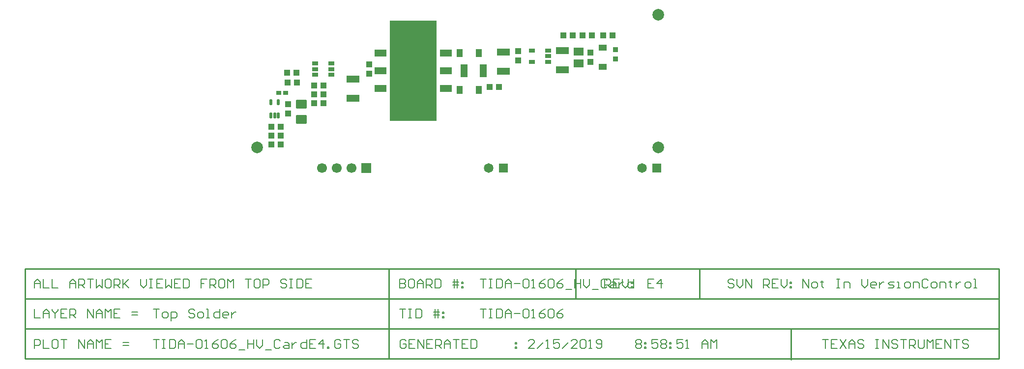
<source format=gts>
G04*
G04 #@! TF.GenerationSoftware,Altium Limited,Altium Designer,18.1.9 (240)*
G04*
G04 Layer_Color=8388736*
%FSAX25Y25*%
%MOIN*%
G70*
G01*
G75*
%ADD10C,0.00800*%
%ADD21C,0.01000*%
%ADD36C,0.07874*%
%ADD37R,0.09055X0.04724*%
%ADD38R,0.04331X0.04134*%
%ADD39R,0.04134X0.04331*%
%ADD40R,0.06694X0.05394*%
%ADD41R,0.04724X0.09055*%
G04:AMPARAMS|DCode=42|XSize=35.43mil|YSize=33.47mil|CornerRadius=3.89mil|HoleSize=0mil|Usage=FLASHONLY|Rotation=90.000|XOffset=0mil|YOffset=0mil|HoleType=Round|Shape=RoundedRectangle|*
%AMROUNDEDRECTD42*
21,1,0.03543,0.02569,0,0,90.0*
21,1,0.02766,0.03347,0,0,90.0*
1,1,0.00778,0.01284,0.01383*
1,1,0.00778,0.01284,-0.01383*
1,1,0.00778,-0.01284,-0.01383*
1,1,0.00778,-0.01284,0.01383*
%
%ADD42ROUNDEDRECTD42*%
%ADD43R,0.05197X0.03996*%
%ADD44R,0.07874X0.04882*%
G04:AMPARAMS|DCode=45|XSize=27.56mil|YSize=43.31mil|CornerRadius=3.98mil|HoleSize=0mil|Usage=FLASHONLY|Rotation=270.000|XOffset=0mil|YOffset=0mil|HoleType=Round|Shape=RoundedRectangle|*
%AMROUNDEDRECTD45*
21,1,0.02756,0.03535,0,0,270.0*
21,1,0.01961,0.04331,0,0,270.0*
1,1,0.00795,-0.01768,-0.00980*
1,1,0.00795,-0.01768,0.00980*
1,1,0.00795,0.01768,0.00980*
1,1,0.00795,0.01768,-0.00980*
%
%ADD45ROUNDEDRECTD45*%
G04:AMPARAMS|DCode=46|XSize=74.8mil|YSize=59.06mil|CornerRadius=3.9mil|HoleSize=0mil|Usage=FLASHONLY|Rotation=0.000|XOffset=0mil|YOffset=0mil|HoleType=Round|Shape=RoundedRectangle|*
%AMROUNDEDRECTD46*
21,1,0.07480,0.05126,0,0,0.0*
21,1,0.06701,0.05906,0,0,0.0*
1,1,0.00780,0.03350,-0.02563*
1,1,0.00780,-0.03350,-0.02563*
1,1,0.00780,-0.03350,0.02563*
1,1,0.00780,0.03350,0.02563*
%
%ADD46ROUNDEDRECTD46*%
%ADD47R,0.03543X0.02756*%
G04:AMPARAMS|DCode=48|XSize=19.68mil|YSize=37.4mil|CornerRadius=3.94mil|HoleSize=0mil|Usage=FLASHONLY|Rotation=180.000|XOffset=0mil|YOffset=0mil|HoleType=Round|Shape=RoundedRectangle|*
%AMROUNDEDRECTD48*
21,1,0.01968,0.02953,0,0,180.0*
21,1,0.01181,0.03740,0,0,180.0*
1,1,0.00787,-0.00591,0.01476*
1,1,0.00787,0.00591,0.01476*
1,1,0.00787,0.00591,-0.01476*
1,1,0.00787,-0.00591,-0.01476*
%
%ADD48ROUNDEDRECTD48*%
%ADD49R,0.03996X0.05197*%
%ADD50O,0.04100X0.51600*%
%ADD51C,0.06693*%
%ADD52R,0.06693X0.06693*%
%ADD53R,0.06496X0.06496*%
%ADD54C,0.06496*%
G36*
X0318948Y0201400D02*
X0287452D01*
X0287452Y0269400D01*
X0318948D01*
X0318948Y0201400D01*
D02*
G37*
G54D10*
X0126900Y0073549D02*
X0130899D01*
X0128899D01*
Y0067551D01*
X0133898D02*
X0135897D01*
X0136897Y0068550D01*
Y0070550D01*
X0135897Y0071549D01*
X0133898D01*
X0132898Y0070550D01*
Y0068550D01*
X0133898Y0067551D01*
X0138896Y0065551D02*
Y0071549D01*
X0141895D01*
X0142895Y0070550D01*
Y0068550D01*
X0141895Y0067551D01*
X0138896D01*
X0154891Y0072549D02*
X0153891Y0073549D01*
X0151892D01*
X0150892Y0072549D01*
Y0071549D01*
X0151892Y0070550D01*
X0153891D01*
X0154891Y0069550D01*
Y0068550D01*
X0153891Y0067551D01*
X0151892D01*
X0150892Y0068550D01*
X0157890Y0067551D02*
X0159889D01*
X0160889Y0068550D01*
Y0070550D01*
X0159889Y0071549D01*
X0157890D01*
X0156890Y0070550D01*
Y0068550D01*
X0157890Y0067551D01*
X0162888D02*
X0164888D01*
X0163888D01*
Y0073549D01*
X0162888D01*
X0171885D02*
Y0067551D01*
X0168886D01*
X0167887Y0068550D01*
Y0070550D01*
X0168886Y0071549D01*
X0171885D01*
X0176884Y0067551D02*
X0174884D01*
X0173885Y0068550D01*
Y0070550D01*
X0174884Y0071549D01*
X0176884D01*
X0177884Y0070550D01*
Y0069550D01*
X0173885D01*
X0179883Y0071549D02*
Y0067551D01*
Y0069550D01*
X0180883Y0070550D01*
X0181882Y0071549D01*
X0182882D01*
X0126900Y0073549D02*
X0130899D01*
X0128899D01*
Y0067551D01*
X0133898D02*
X0135897D01*
X0136897Y0068550D01*
Y0070550D01*
X0135897Y0071549D01*
X0133898D01*
X0132898Y0070550D01*
Y0068550D01*
X0133898Y0067551D01*
X0138896Y0065551D02*
Y0071549D01*
X0141895D01*
X0142895Y0070550D01*
Y0068550D01*
X0141895Y0067551D01*
X0138896D01*
X0154891Y0072549D02*
X0153891Y0073549D01*
X0151892D01*
X0150892Y0072549D01*
Y0071549D01*
X0151892Y0070550D01*
X0153891D01*
X0154891Y0069550D01*
Y0068550D01*
X0153891Y0067551D01*
X0151892D01*
X0150892Y0068550D01*
X0157890Y0067551D02*
X0159889D01*
X0160889Y0068550D01*
Y0070550D01*
X0159889Y0071549D01*
X0157890D01*
X0156890Y0070550D01*
Y0068550D01*
X0157890Y0067551D01*
X0162888D02*
X0164888D01*
X0163888D01*
Y0073549D01*
X0162888D01*
X0171885D02*
Y0067551D01*
X0168886D01*
X0167887Y0068550D01*
Y0070550D01*
X0168886Y0071549D01*
X0171885D01*
X0176884Y0067551D02*
X0174884D01*
X0173885Y0068550D01*
Y0070550D01*
X0174884Y0071549D01*
X0176884D01*
X0177884Y0070550D01*
Y0069550D01*
X0173885D01*
X0179883Y0071549D02*
Y0067551D01*
Y0069550D01*
X0180883Y0070550D01*
X0181882Y0071549D01*
X0182882D01*
X0348550Y0073498D02*
X0352549D01*
X0350549D01*
Y0067500D01*
X0354548Y0073498D02*
X0356547D01*
X0355548D01*
Y0067500D01*
X0354548D01*
X0356547D01*
X0359546Y0073498D02*
Y0067500D01*
X0362545D01*
X0363545Y0068500D01*
Y0072498D01*
X0362545Y0073498D01*
X0359546D01*
X0365545Y0067500D02*
Y0071499D01*
X0367544Y0073498D01*
X0369543Y0071499D01*
Y0067500D01*
Y0070499D01*
X0365545D01*
X0371543D02*
X0375541D01*
X0377541Y0072498D02*
X0378540Y0073498D01*
X0380540D01*
X0381539Y0072498D01*
Y0068500D01*
X0380540Y0067500D01*
X0378540D01*
X0377541Y0068500D01*
Y0072498D01*
X0383539Y0067500D02*
X0385538D01*
X0384538D01*
Y0073498D01*
X0383539Y0072498D01*
X0392536Y0073498D02*
X0390536Y0072498D01*
X0388537Y0070499D01*
Y0068500D01*
X0389537Y0067500D01*
X0391536D01*
X0392536Y0068500D01*
Y0069499D01*
X0391536Y0070499D01*
X0388537D01*
X0394535Y0072498D02*
X0395535Y0073498D01*
X0397534D01*
X0398534Y0072498D01*
Y0068500D01*
X0397534Y0067500D01*
X0395535D01*
X0394535Y0068500D01*
Y0072498D01*
X0404532Y0073498D02*
X0402532Y0072498D01*
X0400533Y0070499D01*
Y0068500D01*
X0401533Y0067500D01*
X0403532D01*
X0404532Y0068500D01*
Y0069499D01*
X0403532Y0070499D01*
X0400533D01*
X0294000Y0073498D02*
X0297999D01*
X0295999D01*
Y0067500D01*
X0299998Y0073498D02*
X0301997D01*
X0300998D01*
Y0067500D01*
X0299998D01*
X0301997D01*
X0304996Y0073498D02*
Y0067500D01*
X0307996D01*
X0308995Y0068500D01*
Y0072498D01*
X0307996Y0073498D01*
X0304996D01*
X0317992Y0067500D02*
Y0073498D01*
X0319992D02*
Y0067500D01*
X0316993Y0071499D02*
X0319992D01*
X0320991D01*
X0316993Y0069499D02*
X0320991D01*
X0322991Y0071499D02*
X0323990D01*
Y0070499D01*
X0322991D01*
Y0071499D01*
Y0068500D02*
X0323990D01*
Y0067500D01*
X0322991D01*
Y0068500D01*
X0580500Y0052965D02*
X0584499D01*
X0582499D01*
Y0046966D01*
X0590497Y0052965D02*
X0586498D01*
Y0046966D01*
X0590497D01*
X0586498Y0049966D02*
X0588497D01*
X0592496Y0052965D02*
X0596495Y0046966D01*
Y0052965D02*
X0592496Y0046966D01*
X0598494D02*
Y0050965D01*
X0600493Y0052965D01*
X0602493Y0050965D01*
Y0046966D01*
Y0049966D01*
X0598494D01*
X0608491Y0051965D02*
X0607491Y0052965D01*
X0605492D01*
X0604492Y0051965D01*
Y0050965D01*
X0605492Y0049966D01*
X0607491D01*
X0608491Y0048966D01*
Y0047966D01*
X0607491Y0046966D01*
X0605492D01*
X0604492Y0047966D01*
X0616488Y0052965D02*
X0618488D01*
X0617488D01*
Y0046966D01*
X0616488D01*
X0618488D01*
X0621487D02*
Y0052965D01*
X0625486Y0046966D01*
Y0052965D01*
X0631484Y0051965D02*
X0630484Y0052965D01*
X0628484D01*
X0627485Y0051965D01*
Y0050965D01*
X0628484Y0049966D01*
X0630484D01*
X0631484Y0048966D01*
Y0047966D01*
X0630484Y0046966D01*
X0628484D01*
X0627485Y0047966D01*
X0633483Y0052965D02*
X0637482D01*
X0635482D01*
Y0046966D01*
X0639481D02*
Y0052965D01*
X0642480D01*
X0643480Y0051965D01*
Y0049966D01*
X0642480Y0048966D01*
X0639481D01*
X0641480D02*
X0643480Y0046966D01*
X0645479Y0052965D02*
Y0047966D01*
X0646479Y0046966D01*
X0648478D01*
X0649478Y0047966D01*
Y0052965D01*
X0651477Y0046966D02*
Y0052965D01*
X0653476Y0050965D01*
X0655476Y0052965D01*
Y0046966D01*
X0661474Y0052965D02*
X0657475D01*
Y0046966D01*
X0661474D01*
X0657475Y0049966D02*
X0659474D01*
X0663473Y0046966D02*
Y0052965D01*
X0667472Y0046966D01*
Y0052965D01*
X0669471D02*
X0673470D01*
X0671471D01*
Y0046966D01*
X0679468Y0051965D02*
X0678468Y0052965D01*
X0676469D01*
X0675469Y0051965D01*
Y0050965D01*
X0676469Y0049966D01*
X0678468D01*
X0679468Y0048966D01*
Y0047966D01*
X0678468Y0046966D01*
X0676469D01*
X0675469Y0047966D01*
X0454050Y0051965D02*
X0455050Y0052965D01*
X0457049D01*
X0458049Y0051965D01*
Y0050965D01*
X0457049Y0049966D01*
X0458049Y0048966D01*
Y0047966D01*
X0457049Y0046966D01*
X0455050D01*
X0454050Y0047966D01*
Y0048966D01*
X0455050Y0049966D01*
X0454050Y0050965D01*
Y0051965D01*
X0455050Y0049966D02*
X0457049D01*
X0460048Y0050965D02*
X0461048D01*
Y0049966D01*
X0460048D01*
Y0050965D01*
Y0047966D02*
X0461048D01*
Y0046966D01*
X0460048D01*
Y0047966D01*
X0469045Y0052965D02*
X0465046D01*
Y0049966D01*
X0467046Y0050965D01*
X0468046D01*
X0469045Y0049966D01*
Y0047966D01*
X0468046Y0046966D01*
X0466046D01*
X0465046Y0047966D01*
X0471044Y0051965D02*
X0472044Y0052965D01*
X0474044D01*
X0475043Y0051965D01*
Y0050965D01*
X0474044Y0049966D01*
X0475043Y0048966D01*
Y0047966D01*
X0474044Y0046966D01*
X0472044D01*
X0471044Y0047966D01*
Y0048966D01*
X0472044Y0049966D01*
X0471044Y0050965D01*
Y0051965D01*
X0472044Y0049966D02*
X0474044D01*
X0477043Y0050965D02*
X0478042D01*
Y0049966D01*
X0477043D01*
Y0050965D01*
Y0047966D02*
X0478042D01*
Y0046966D01*
X0477043D01*
Y0047966D01*
X0486040Y0052965D02*
X0482041D01*
Y0049966D01*
X0484040Y0050965D01*
X0485040D01*
X0486040Y0049966D01*
Y0047966D01*
X0485040Y0046966D01*
X0483041D01*
X0482041Y0047966D01*
X0488039Y0046966D02*
X0490038D01*
X0489039D01*
Y0052965D01*
X0488039Y0051965D01*
X0499035Y0046966D02*
Y0050965D01*
X0501035Y0052965D01*
X0503034Y0050965D01*
Y0046966D01*
Y0049966D01*
X0499035D01*
X0505033Y0046966D02*
Y0052965D01*
X0507033Y0050965D01*
X0509032Y0052965D01*
Y0046966D01*
X0046350D02*
Y0052965D01*
X0049349D01*
X0050349Y0051965D01*
Y0049966D01*
X0049349Y0048966D01*
X0046350D01*
X0052348Y0052965D02*
Y0046966D01*
X0056347D01*
X0061345Y0052965D02*
X0059346D01*
X0058346Y0051965D01*
Y0047966D01*
X0059346Y0046966D01*
X0061345D01*
X0062345Y0047966D01*
Y0051965D01*
X0061345Y0052965D01*
X0064344D02*
X0068343D01*
X0066343D01*
Y0046966D01*
X0076340D02*
Y0052965D01*
X0080339Y0046966D01*
Y0052965D01*
X0082338Y0046966D02*
Y0050965D01*
X0084338Y0052965D01*
X0086337Y0050965D01*
Y0046966D01*
Y0049966D01*
X0082338D01*
X0088336Y0046966D02*
Y0052965D01*
X0090336Y0050965D01*
X0092335Y0052965D01*
Y0046966D01*
X0098333Y0052965D02*
X0094335D01*
Y0046966D01*
X0098333D01*
X0094335Y0049966D02*
X0096334D01*
X0106331Y0048966D02*
X0110329D01*
X0106331Y0050965D02*
X0110329D01*
X0046350Y0073549D02*
Y0067551D01*
X0050349D01*
X0052348D02*
Y0071549D01*
X0054347Y0073549D01*
X0056347Y0071549D01*
Y0067551D01*
Y0070550D01*
X0052348D01*
X0058346Y0073549D02*
Y0072549D01*
X0060346Y0070550D01*
X0062345Y0072549D01*
Y0073549D01*
X0060346Y0070550D02*
Y0067551D01*
X0068343Y0073549D02*
X0064344D01*
Y0067551D01*
X0068343D01*
X0064344Y0070550D02*
X0066343D01*
X0070342Y0067551D02*
Y0073549D01*
X0073341D01*
X0074341Y0072549D01*
Y0070550D01*
X0073341Y0069550D01*
X0070342D01*
X0072342D02*
X0074341Y0067551D01*
X0082338D02*
Y0073549D01*
X0086337Y0067551D01*
Y0073549D01*
X0088336Y0067551D02*
Y0071549D01*
X0090336Y0073549D01*
X0092335Y0071549D01*
Y0067551D01*
Y0070550D01*
X0088336D01*
X0094335Y0067551D02*
Y0073549D01*
X0096334Y0071549D01*
X0098333Y0073549D01*
Y0067551D01*
X0104331Y0073549D02*
X0100332D01*
Y0067551D01*
X0104331D01*
X0100332Y0070550D02*
X0102332D01*
X0112329Y0069550D02*
X0116327D01*
X0112329Y0071549D02*
X0116327D01*
X0294000Y0093831D02*
Y0087833D01*
X0296999D01*
X0297999Y0088833D01*
Y0089833D01*
X0296999Y0090832D01*
X0294000D01*
X0296999D01*
X0297999Y0091832D01*
Y0092832D01*
X0296999Y0093831D01*
X0294000D01*
X0302997D02*
X0300998D01*
X0299998Y0092832D01*
Y0088833D01*
X0300998Y0087833D01*
X0302997D01*
X0303997Y0088833D01*
Y0092832D01*
X0302997Y0093831D01*
X0305996Y0087833D02*
Y0091832D01*
X0307996Y0093831D01*
X0309995Y0091832D01*
Y0087833D01*
Y0090832D01*
X0305996D01*
X0311994Y0087833D02*
Y0093831D01*
X0314993D01*
X0315993Y0092832D01*
Y0090832D01*
X0314993Y0089833D01*
X0311994D01*
X0313994D02*
X0315993Y0087833D01*
X0317992Y0093831D02*
Y0087833D01*
X0320991D01*
X0321991Y0088833D01*
Y0092832D01*
X0320991Y0093831D01*
X0317992D01*
X0330988Y0087833D02*
Y0093831D01*
X0332987D02*
Y0087833D01*
X0329988Y0091832D02*
X0332987D01*
X0333987D01*
X0329988Y0089833D02*
X0333987D01*
X0335986Y0091832D02*
X0336986D01*
Y0090832D01*
X0335986D01*
Y0091832D01*
Y0088833D02*
X0336986D01*
Y0087833D01*
X0335986D01*
Y0088833D01*
X0348550Y0093831D02*
X0352549D01*
X0350549D01*
Y0087833D01*
X0354548Y0093831D02*
X0356547D01*
X0355548D01*
Y0087833D01*
X0354548D01*
X0356547D01*
X0359546Y0093831D02*
Y0087833D01*
X0362545D01*
X0363545Y0088833D01*
Y0092832D01*
X0362545Y0093831D01*
X0359546D01*
X0365545Y0087833D02*
Y0091832D01*
X0367544Y0093831D01*
X0369543Y0091832D01*
Y0087833D01*
Y0090832D01*
X0365545D01*
X0371543D02*
X0375541D01*
X0377541Y0092832D02*
X0378540Y0093831D01*
X0380540D01*
X0381539Y0092832D01*
Y0088833D01*
X0380540Y0087833D01*
X0378540D01*
X0377541Y0088833D01*
Y0092832D01*
X0383539Y0087833D02*
X0385538D01*
X0384538D01*
Y0093831D01*
X0383539Y0092832D01*
X0392536Y0093831D02*
X0390536Y0092832D01*
X0388537Y0090832D01*
Y0088833D01*
X0389537Y0087833D01*
X0391536D01*
X0392536Y0088833D01*
Y0089833D01*
X0391536Y0090832D01*
X0388537D01*
X0394535Y0092832D02*
X0395535Y0093831D01*
X0397534D01*
X0398534Y0092832D01*
Y0088833D01*
X0397534Y0087833D01*
X0395535D01*
X0394535Y0088833D01*
Y0092832D01*
X0404532Y0093831D02*
X0402532Y0092832D01*
X0400533Y0090832D01*
Y0088833D01*
X0401533Y0087833D01*
X0403532D01*
X0404532Y0088833D01*
Y0089833D01*
X0403532Y0090832D01*
X0400533D01*
X0406531Y0086834D02*
X0410530D01*
X0412529Y0093831D02*
Y0087833D01*
Y0090832D01*
X0416528D01*
Y0093831D01*
Y0087833D01*
X0418527Y0093831D02*
Y0089833D01*
X0420527Y0087833D01*
X0422526Y0089833D01*
Y0093831D01*
X0424525Y0086834D02*
X0428524D01*
X0434522Y0092832D02*
X0433523Y0093831D01*
X0431523D01*
X0430523Y0092832D01*
Y0088833D01*
X0431523Y0087833D01*
X0433523D01*
X0434522Y0088833D01*
X0437521Y0091832D02*
X0439521D01*
X0440520Y0090832D01*
Y0087833D01*
X0437521D01*
X0436521Y0088833D01*
X0437521Y0089833D01*
X0440520D01*
X0442520Y0091832D02*
Y0087833D01*
Y0089833D01*
X0443519Y0090832D01*
X0444519Y0091832D01*
X0445519D01*
X0452516Y0093831D02*
Y0087833D01*
X0449517D01*
X0448518Y0088833D01*
Y0090832D01*
X0449517Y0091832D01*
X0452516D01*
X0466149Y0093831D02*
X0462150D01*
Y0087833D01*
X0466149D01*
X0462150Y0090832D02*
X0464149D01*
X0471147Y0087833D02*
Y0093831D01*
X0468148Y0090832D01*
X0472147D01*
X0046350Y0087833D02*
Y0091832D01*
X0048349Y0093831D01*
X0050349Y0091832D01*
Y0087833D01*
Y0090832D01*
X0046350D01*
X0052348Y0093831D02*
Y0087833D01*
X0056347D01*
X0058346Y0093831D02*
Y0087833D01*
X0062345D01*
X0070342D02*
Y0091832D01*
X0072342Y0093831D01*
X0074341Y0091832D01*
Y0087833D01*
Y0090832D01*
X0070342D01*
X0076340Y0087833D02*
Y0093831D01*
X0079339D01*
X0080339Y0092832D01*
Y0090832D01*
X0079339Y0089833D01*
X0076340D01*
X0078340D02*
X0080339Y0087833D01*
X0082338Y0093831D02*
X0086337D01*
X0084338D01*
Y0087833D01*
X0088336Y0093831D02*
Y0087833D01*
X0090336Y0089833D01*
X0092335Y0087833D01*
Y0093831D01*
X0097334D02*
X0095334D01*
X0094335Y0092832D01*
Y0088833D01*
X0095334Y0087833D01*
X0097334D01*
X0098333Y0088833D01*
Y0092832D01*
X0097334Y0093831D01*
X0100332Y0087833D02*
Y0093831D01*
X0103332D01*
X0104331Y0092832D01*
Y0090832D01*
X0103332Y0089833D01*
X0100332D01*
X0102332D02*
X0104331Y0087833D01*
X0106331Y0093831D02*
Y0087833D01*
Y0089833D01*
X0110329Y0093831D01*
X0107330Y0090832D01*
X0110329Y0087833D01*
X0118327Y0093831D02*
Y0089833D01*
X0120326Y0087833D01*
X0122325Y0089833D01*
Y0093831D01*
X0124325D02*
X0126324D01*
X0125324D01*
Y0087833D01*
X0124325D01*
X0126324D01*
X0133322Y0093831D02*
X0129323D01*
Y0087833D01*
X0133322D01*
X0129323Y0090832D02*
X0131323D01*
X0135321Y0093831D02*
Y0087833D01*
X0137321Y0089833D01*
X0139320Y0087833D01*
Y0093831D01*
X0145318D02*
X0141319D01*
Y0087833D01*
X0145318D01*
X0141319Y0090832D02*
X0143319D01*
X0147317Y0093831D02*
Y0087833D01*
X0150316D01*
X0151316Y0088833D01*
Y0092832D01*
X0150316Y0093831D01*
X0147317D01*
X0163312D02*
X0159313D01*
Y0090832D01*
X0161313D01*
X0159313D01*
Y0087833D01*
X0165312D02*
Y0093831D01*
X0168310D01*
X0169310Y0092832D01*
Y0090832D01*
X0168310Y0089833D01*
X0165312D01*
X0167311D02*
X0169310Y0087833D01*
X0174309Y0093831D02*
X0172309D01*
X0171310Y0092832D01*
Y0088833D01*
X0172309Y0087833D01*
X0174309D01*
X0175308Y0088833D01*
Y0092832D01*
X0174309Y0093831D01*
X0177308Y0087833D02*
Y0093831D01*
X0179307Y0091832D01*
X0181306Y0093831D01*
Y0087833D01*
X0189304Y0093831D02*
X0193303D01*
X0191303D01*
Y0087833D01*
X0198301Y0093831D02*
X0196301D01*
X0195302Y0092832D01*
Y0088833D01*
X0196301Y0087833D01*
X0198301D01*
X0199301Y0088833D01*
Y0092832D01*
X0198301Y0093831D01*
X0201300Y0087833D02*
Y0093831D01*
X0204299D01*
X0205299Y0092832D01*
Y0090832D01*
X0204299Y0089833D01*
X0201300D01*
X0217295Y0092832D02*
X0216295Y0093831D01*
X0214296D01*
X0213296Y0092832D01*
Y0091832D01*
X0214296Y0090832D01*
X0216295D01*
X0217295Y0089833D01*
Y0088833D01*
X0216295Y0087833D01*
X0214296D01*
X0213296Y0088833D01*
X0219294Y0093831D02*
X0221293D01*
X0220294D01*
Y0087833D01*
X0219294D01*
X0221293D01*
X0224292Y0093831D02*
Y0087833D01*
X0227291D01*
X0228291Y0088833D01*
Y0092832D01*
X0227291Y0093831D01*
X0224292D01*
X0234289D02*
X0230291D01*
Y0087833D01*
X0234289D01*
X0230291Y0090832D02*
X0232290D01*
X0298199Y0051965D02*
X0297199Y0052965D01*
X0295200D01*
X0294200Y0051965D01*
Y0047966D01*
X0295200Y0046966D01*
X0297199D01*
X0298199Y0047966D01*
Y0049966D01*
X0296199D01*
X0304197Y0052965D02*
X0300198D01*
Y0046966D01*
X0304197D01*
X0300198Y0049966D02*
X0302197D01*
X0306196Y0046966D02*
Y0052965D01*
X0310195Y0046966D01*
Y0052965D01*
X0316193D02*
X0312194D01*
Y0046966D01*
X0316193D01*
X0312194Y0049966D02*
X0314194D01*
X0318192Y0046966D02*
Y0052965D01*
X0321191D01*
X0322191Y0051965D01*
Y0049966D01*
X0321191Y0048966D01*
X0318192D01*
X0320192D02*
X0322191Y0046966D01*
X0324190D02*
Y0050965D01*
X0326190Y0052965D01*
X0328189Y0050965D01*
Y0046966D01*
Y0049966D01*
X0324190D01*
X0330188Y0052965D02*
X0334187D01*
X0332188D01*
Y0046966D01*
X0340185Y0052965D02*
X0336186D01*
Y0046966D01*
X0340185D01*
X0336186Y0049966D02*
X0338186D01*
X0342184Y0052965D02*
Y0046966D01*
X0345183D01*
X0346183Y0047966D01*
Y0051965D01*
X0345183Y0052965D01*
X0342184D01*
X0372175Y0050965D02*
X0373175D01*
Y0049966D01*
X0372175D01*
Y0050965D01*
Y0047966D02*
X0373175D01*
Y0046966D01*
X0372175D01*
Y0047966D01*
X0385149Y0046966D02*
X0381150D01*
X0385149Y0050965D01*
Y0051965D01*
X0384149Y0052965D01*
X0382150D01*
X0381150Y0051965D01*
X0387148Y0046966D02*
X0391147Y0050965D01*
X0393146Y0046966D02*
X0395146D01*
X0394146D01*
Y0052965D01*
X0393146Y0051965D01*
X0402143Y0052965D02*
X0398145D01*
Y0049966D01*
X0400144Y0050965D01*
X0401144D01*
X0402143Y0049966D01*
Y0047966D01*
X0401144Y0046966D01*
X0399144D01*
X0398145Y0047966D01*
X0404143Y0046966D02*
X0408141Y0050965D01*
X0414139Y0046966D02*
X0410141D01*
X0414139Y0050965D01*
Y0051965D01*
X0413140Y0052965D01*
X0411140D01*
X0410141Y0051965D01*
X0416139D02*
X0417138Y0052965D01*
X0419138D01*
X0420137Y0051965D01*
Y0047966D01*
X0419138Y0046966D01*
X0417138D01*
X0416139Y0047966D01*
Y0051965D01*
X0422137Y0046966D02*
X0424136D01*
X0423136D01*
Y0052965D01*
X0422137Y0051965D01*
X0427135Y0047966D02*
X0428135Y0046966D01*
X0430134D01*
X0431134Y0047966D01*
Y0051965D01*
X0430134Y0052965D01*
X0428135D01*
X0427135Y0051965D01*
Y0050965D01*
X0428135Y0049966D01*
X0431134D01*
X0126900Y0052965D02*
X0130899D01*
X0128899D01*
Y0046966D01*
X0132898Y0052965D02*
X0134897D01*
X0133898D01*
Y0046966D01*
X0132898D01*
X0134897D01*
X0137896Y0052965D02*
Y0046966D01*
X0140895D01*
X0141895Y0047966D01*
Y0051965D01*
X0140895Y0052965D01*
X0137896D01*
X0143895Y0046966D02*
Y0050965D01*
X0145894Y0052965D01*
X0147893Y0050965D01*
Y0046966D01*
Y0049966D01*
X0143895D01*
X0149893D02*
X0153891D01*
X0155891Y0051965D02*
X0156890Y0052965D01*
X0158890D01*
X0159889Y0051965D01*
Y0047966D01*
X0158890Y0046966D01*
X0156890D01*
X0155891Y0047966D01*
Y0051965D01*
X0161889Y0046966D02*
X0163888D01*
X0162888D01*
Y0052965D01*
X0161889Y0051965D01*
X0170886Y0052965D02*
X0168886Y0051965D01*
X0166887Y0049966D01*
Y0047966D01*
X0167887Y0046966D01*
X0169886D01*
X0170886Y0047966D01*
Y0048966D01*
X0169886Y0049966D01*
X0166887D01*
X0172885Y0051965D02*
X0173885Y0052965D01*
X0175884D01*
X0176884Y0051965D01*
Y0047966D01*
X0175884Y0046966D01*
X0173885D01*
X0172885Y0047966D01*
Y0051965D01*
X0182882Y0052965D02*
X0180883Y0051965D01*
X0178883Y0049966D01*
Y0047966D01*
X0179883Y0046966D01*
X0181882D01*
X0182882Y0047966D01*
Y0048966D01*
X0181882Y0049966D01*
X0178883D01*
X0184881Y0045967D02*
X0188880D01*
X0190879Y0052965D02*
Y0046966D01*
Y0049966D01*
X0194878D01*
Y0052965D01*
Y0046966D01*
X0196877Y0052965D02*
Y0048966D01*
X0198877Y0046966D01*
X0200876Y0048966D01*
Y0052965D01*
X0202875Y0045967D02*
X0206874D01*
X0212872Y0051965D02*
X0211873Y0052965D01*
X0209873D01*
X0208874Y0051965D01*
Y0047966D01*
X0209873Y0046966D01*
X0211873D01*
X0212872Y0047966D01*
X0215871Y0050965D02*
X0217871D01*
X0218870Y0049966D01*
Y0046966D01*
X0215871D01*
X0214872Y0047966D01*
X0215871Y0048966D01*
X0218870D01*
X0220870Y0050965D02*
Y0046966D01*
Y0048966D01*
X0221869Y0049966D01*
X0222869Y0050965D01*
X0223869D01*
X0230866Y0052965D02*
Y0046966D01*
X0227867D01*
X0226868Y0047966D01*
Y0049966D01*
X0227867Y0050965D01*
X0230866D01*
X0236864Y0052965D02*
X0232866D01*
Y0046966D01*
X0236864D01*
X0232866Y0049966D02*
X0234865D01*
X0241863Y0046966D02*
Y0052965D01*
X0238864Y0049966D01*
X0242863D01*
X0244862Y0046966D02*
Y0047966D01*
X0245862D01*
Y0046966D01*
X0244862D01*
X0253859Y0051965D02*
X0252859Y0052965D01*
X0250860D01*
X0249860Y0051965D01*
Y0047966D01*
X0250860Y0046966D01*
X0252859D01*
X0253859Y0047966D01*
Y0049966D01*
X0251860D01*
X0255858Y0052965D02*
X0259857D01*
X0257858D01*
Y0046966D01*
X0265855Y0051965D02*
X0264855Y0052965D01*
X0262856D01*
X0261856Y0051965D01*
Y0050965D01*
X0262856Y0049966D01*
X0264855D01*
X0265855Y0048966D01*
Y0047966D01*
X0264855Y0046966D01*
X0262856D01*
X0261856Y0047966D01*
X0433000Y0087833D02*
Y0093831D01*
X0435999D01*
X0436999Y0092832D01*
Y0090832D01*
X0435999Y0089833D01*
X0433000D01*
X0434999D02*
X0436999Y0087833D01*
X0442997Y0093831D02*
X0438998D01*
Y0087833D01*
X0442997D01*
X0438998Y0090832D02*
X0440997D01*
X0444996Y0093831D02*
Y0089833D01*
X0446995Y0087833D01*
X0448995Y0089833D01*
Y0093831D01*
X0450994Y0091832D02*
X0451994D01*
Y0090832D01*
X0450994D01*
Y0091832D01*
Y0088833D02*
X0451994D01*
Y0087833D01*
X0450994D01*
Y0088833D01*
X0520799Y0092832D02*
X0519799Y0093831D01*
X0517800D01*
X0516800Y0092832D01*
Y0091832D01*
X0517800Y0090832D01*
X0519799D01*
X0520799Y0089833D01*
Y0088833D01*
X0519799Y0087833D01*
X0517800D01*
X0516800Y0088833D01*
X0522798Y0093831D02*
Y0089833D01*
X0524797Y0087833D01*
X0526797Y0089833D01*
Y0093831D01*
X0528796Y0087833D02*
Y0093831D01*
X0532795Y0087833D01*
Y0093831D01*
X0540792Y0087833D02*
Y0093831D01*
X0543791D01*
X0544791Y0092832D01*
Y0090832D01*
X0543791Y0089833D01*
X0540792D01*
X0542792D02*
X0544791Y0087833D01*
X0550789Y0093831D02*
X0546790D01*
Y0087833D01*
X0550789D01*
X0546790Y0090832D02*
X0548790D01*
X0552788Y0093831D02*
Y0089833D01*
X0554788Y0087833D01*
X0556787Y0089833D01*
Y0093831D01*
X0558786Y0091832D02*
X0559786D01*
Y0090832D01*
X0558786D01*
Y0091832D01*
Y0088833D02*
X0559786D01*
Y0087833D01*
X0558786D01*
Y0088833D01*
X0567400Y0087833D02*
Y0093831D01*
X0571399Y0087833D01*
Y0093831D01*
X0574398Y0087833D02*
X0576397D01*
X0577397Y0088833D01*
Y0090832D01*
X0576397Y0091832D01*
X0574398D01*
X0573398Y0090832D01*
Y0088833D01*
X0574398Y0087833D01*
X0580396Y0092832D02*
Y0091832D01*
X0579396D01*
X0581395D01*
X0580396D01*
Y0088833D01*
X0581395Y0087833D01*
X0590393Y0093831D02*
X0592392D01*
X0591392D01*
Y0087833D01*
X0590393D01*
X0592392D01*
X0595391D02*
Y0091832D01*
X0598390D01*
X0599390Y0090832D01*
Y0087833D01*
X0607387Y0093831D02*
Y0089833D01*
X0609386Y0087833D01*
X0611386Y0089833D01*
Y0093831D01*
X0616384Y0087833D02*
X0614385D01*
X0613385Y0088833D01*
Y0090832D01*
X0614385Y0091832D01*
X0616384D01*
X0617384Y0090832D01*
Y0089833D01*
X0613385D01*
X0619383Y0091832D02*
Y0087833D01*
Y0089833D01*
X0620383Y0090832D01*
X0621383Y0091832D01*
X0622382D01*
X0625381Y0087833D02*
X0628380D01*
X0629380Y0088833D01*
X0628380Y0089833D01*
X0626381D01*
X0625381Y0090832D01*
X0626381Y0091832D01*
X0629380D01*
X0631379Y0087833D02*
X0633379D01*
X0632379D01*
Y0091832D01*
X0631379D01*
X0637377Y0087833D02*
X0639377D01*
X0640376Y0088833D01*
Y0090832D01*
X0639377Y0091832D01*
X0637377D01*
X0636378Y0090832D01*
Y0088833D01*
X0637377Y0087833D01*
X0642376D02*
Y0091832D01*
X0645375D01*
X0646374Y0090832D01*
Y0087833D01*
X0652373Y0092832D02*
X0651373Y0093831D01*
X0649373D01*
X0648374Y0092832D01*
Y0088833D01*
X0649373Y0087833D01*
X0651373D01*
X0652373Y0088833D01*
X0655372Y0087833D02*
X0657371D01*
X0658371Y0088833D01*
Y0090832D01*
X0657371Y0091832D01*
X0655372D01*
X0654372Y0090832D01*
Y0088833D01*
X0655372Y0087833D01*
X0660370D02*
Y0091832D01*
X0663369D01*
X0664369Y0090832D01*
Y0087833D01*
X0667368Y0092832D02*
Y0091832D01*
X0666368D01*
X0668367D01*
X0667368D01*
Y0088833D01*
X0668367Y0087833D01*
X0671366Y0091832D02*
Y0087833D01*
Y0089833D01*
X0672366Y0090832D01*
X0673366Y0091832D01*
X0674365D01*
X0678364Y0087833D02*
X0680364D01*
X0681363Y0088833D01*
Y0090832D01*
X0680364Y0091832D01*
X0678364D01*
X0677364Y0090832D01*
Y0088833D01*
X0678364Y0087833D01*
X0683362D02*
X0685362D01*
X0684362D01*
Y0093831D01*
X0683362D01*
G54D21*
X0559400Y0039400D02*
Y0059683D01*
X0440500Y0040050D02*
X0700200D01*
Y0101050D01*
X0286500Y0040050D02*
Y0101050D01*
X0040000Y0040050D02*
Y0101050D01*
X0040050Y0040050D02*
X0197600D01*
X0040050D02*
Y0101050D01*
Y0101050D02*
X0700200D01*
X0040000Y0040050D02*
X0440500D01*
X0040000Y0060383D02*
X0700000D01*
X0040000Y0080717D02*
X0700200D01*
X0413200D02*
Y0101050D01*
X0497200Y0080717D02*
Y0101050D01*
G54D36*
X0469200Y0183400D02*
D03*
X0197200D02*
D03*
X0469200Y0273400D02*
D03*
G54D37*
X0262200Y0216641D02*
D03*
Y0229633D02*
D03*
X0364200Y0234904D02*
D03*
Y0247896D02*
D03*
X0404200Y0235904D02*
D03*
Y0248896D02*
D03*
G54D38*
X0242350Y0219400D02*
D03*
X0236050D02*
D03*
X0361350Y0224400D02*
D03*
X0355050D02*
D03*
X0236050Y0213400D02*
D03*
X0242350D02*
D03*
X0438200Y0259400D02*
D03*
X0431901D02*
D03*
X0236050Y0225400D02*
D03*
X0242350D02*
D03*
X0207050Y0191279D02*
D03*
X0213350D02*
D03*
X0213350Y0197400D02*
D03*
X0207050D02*
D03*
X0217862Y0227326D02*
D03*
X0224161D02*
D03*
X0213350Y0185171D02*
D03*
X0207050D02*
D03*
X0223922Y0233909D02*
D03*
X0217623D02*
D03*
X0424200Y0259400D02*
D03*
X0417901D02*
D03*
X0411200D02*
D03*
X0404901D02*
D03*
G54D39*
X0273200Y0233250D02*
D03*
Y0239550D02*
D03*
X0374200Y0242250D02*
D03*
Y0248550D02*
D03*
X0423200Y0241250D02*
D03*
Y0247550D02*
D03*
X0218200Y0206250D02*
D03*
Y0212550D02*
D03*
G54D40*
X0415340Y0240400D02*
D03*
Y0248400D02*
D03*
G54D41*
X0350719Y0235155D02*
D03*
X0337727D02*
D03*
G54D42*
X0440200Y0243250D02*
D03*
Y0249550D02*
D03*
G54D43*
X0431650Y0237968D02*
D03*
Y0250861D02*
D03*
G54D44*
X0325464Y0247153D02*
D03*
Y0235145D02*
D03*
Y0223137D02*
D03*
X0280936D02*
D03*
Y0235145D02*
D03*
Y0247153D02*
D03*
G54D45*
X0247613Y0232660D02*
D03*
Y0236400D02*
D03*
Y0240140D02*
D03*
X0236787D02*
D03*
Y0236400D02*
D03*
Y0232660D02*
D03*
X0383787Y0241405D02*
D03*
Y0248885D02*
D03*
X0394613D02*
D03*
Y0245145D02*
D03*
Y0241405D02*
D03*
G54D46*
X0227200Y0202282D02*
D03*
Y0212518D02*
D03*
G54D47*
X0216562Y0220400D02*
D03*
X0211838D02*
D03*
G54D48*
X0206641Y0204971D02*
D03*
X0209200D02*
D03*
X0211759D02*
D03*
Y0213829D02*
D03*
X0206641D02*
D03*
G54D49*
X0334753Y0222400D02*
D03*
X0347647D02*
D03*
X0334753Y0247400D02*
D03*
X0347647D02*
D03*
G54D50*
X0303200Y0235400D02*
D03*
G54D51*
X0241200Y0169400D02*
D03*
X0251200D02*
D03*
X0261200D02*
D03*
G54D52*
X0271200D02*
D03*
G54D53*
X0364200D02*
D03*
X0468200D02*
D03*
G54D54*
X0354200D02*
D03*
X0458200D02*
D03*
M02*

</source>
